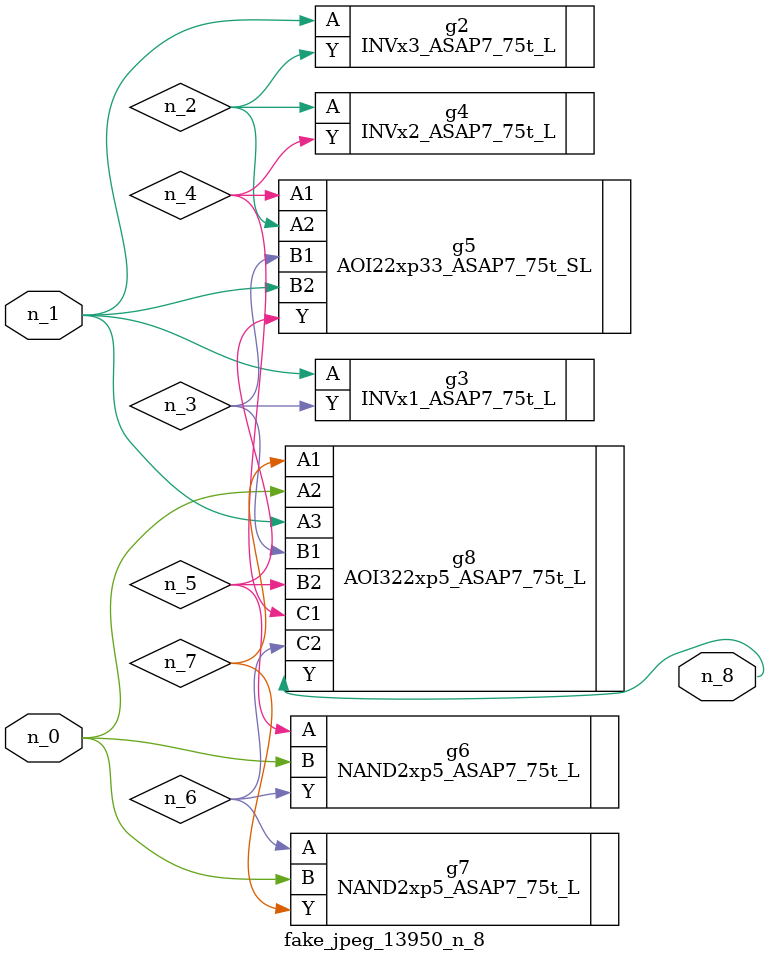
<source format=v>
module fake_jpeg_13950_n_8 (n_0, n_1, n_8);

input n_0;
input n_1;

output n_8;

wire n_2;
wire n_3;
wire n_4;
wire n_6;
wire n_5;
wire n_7;

INVx3_ASAP7_75t_L g2 ( 
.A(n_1),
.Y(n_2)
);

INVx1_ASAP7_75t_L g3 ( 
.A(n_1),
.Y(n_3)
);

INVx2_ASAP7_75t_L g4 ( 
.A(n_2),
.Y(n_4)
);

AOI22xp33_ASAP7_75t_SL g5 ( 
.A1(n_4),
.A2(n_2),
.B1(n_3),
.B2(n_1),
.Y(n_5)
);

NAND2xp5_ASAP7_75t_L g6 ( 
.A(n_5),
.B(n_0),
.Y(n_6)
);

NAND2xp5_ASAP7_75t_L g7 ( 
.A(n_6),
.B(n_0),
.Y(n_7)
);

AOI322xp5_ASAP7_75t_L g8 ( 
.A1(n_7),
.A2(n_0),
.A3(n_1),
.B1(n_3),
.B2(n_5),
.C1(n_4),
.C2(n_6),
.Y(n_8)
);


endmodule
</source>
